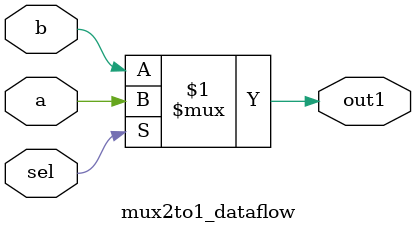
<source format=v>
`timescale 1ns / 1ps

module mux2to1_dataflow(output out1,
                        input a,
                        input b,
                        input sel);
assign out1 = sel ? a: b;
endmodule

</source>
